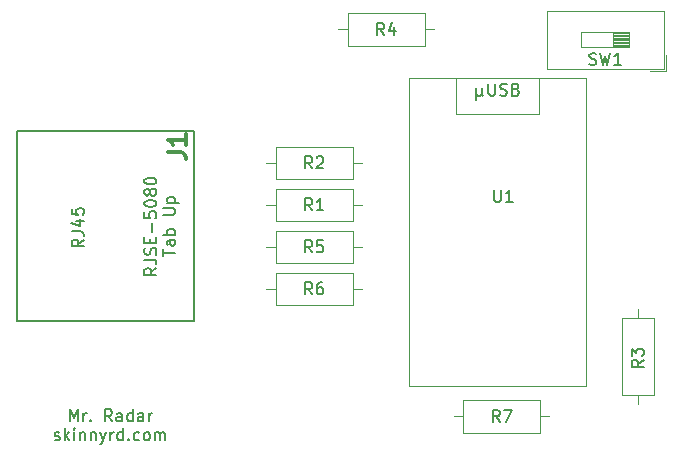
<source format=gbr>
%TF.GenerationSoftware,KiCad,Pcbnew,(6.0.7)*%
%TF.CreationDate,2022-11-01T14:03:11-05:00*%
%TF.ProjectId,Mr_Radar_Kit,4d725f52-6164-4617-925f-4b69742e6b69,rev?*%
%TF.SameCoordinates,Original*%
%TF.FileFunction,Legend,Top*%
%TF.FilePolarity,Positive*%
%FSLAX46Y46*%
G04 Gerber Fmt 4.6, Leading zero omitted, Abs format (unit mm)*
G04 Created by KiCad (PCBNEW (6.0.7)) date 2022-11-01 14:03:11*
%MOMM*%
%LPD*%
G01*
G04 APERTURE LIST*
%ADD10C,0.150000*%
%ADD11C,0.304800*%
%ADD12C,0.203200*%
%ADD13C,0.120000*%
G04 APERTURE END LIST*
D10*
X114681428Y-86515380D02*
X114681428Y-85515380D01*
X115014761Y-86229666D01*
X115348095Y-85515380D01*
X115348095Y-86515380D01*
X115824285Y-86515380D02*
X115824285Y-85848714D01*
X115824285Y-86039190D02*
X115871904Y-85943952D01*
X115919523Y-85896333D01*
X116014761Y-85848714D01*
X116110000Y-85848714D01*
X116443333Y-86420142D02*
X116490952Y-86467761D01*
X116443333Y-86515380D01*
X116395714Y-86467761D01*
X116443333Y-86420142D01*
X116443333Y-86515380D01*
X118252857Y-86515380D02*
X117919523Y-86039190D01*
X117681428Y-86515380D02*
X117681428Y-85515380D01*
X118062380Y-85515380D01*
X118157619Y-85563000D01*
X118205238Y-85610619D01*
X118252857Y-85705857D01*
X118252857Y-85848714D01*
X118205238Y-85943952D01*
X118157619Y-85991571D01*
X118062380Y-86039190D01*
X117681428Y-86039190D01*
X119110000Y-86515380D02*
X119110000Y-85991571D01*
X119062380Y-85896333D01*
X118967142Y-85848714D01*
X118776666Y-85848714D01*
X118681428Y-85896333D01*
X119110000Y-86467761D02*
X119014761Y-86515380D01*
X118776666Y-86515380D01*
X118681428Y-86467761D01*
X118633809Y-86372523D01*
X118633809Y-86277285D01*
X118681428Y-86182047D01*
X118776666Y-86134428D01*
X119014761Y-86134428D01*
X119110000Y-86086809D01*
X120014761Y-86515380D02*
X120014761Y-85515380D01*
X120014761Y-86467761D02*
X119919523Y-86515380D01*
X119729047Y-86515380D01*
X119633809Y-86467761D01*
X119586190Y-86420142D01*
X119538571Y-86324904D01*
X119538571Y-86039190D01*
X119586190Y-85943952D01*
X119633809Y-85896333D01*
X119729047Y-85848714D01*
X119919523Y-85848714D01*
X120014761Y-85896333D01*
X120919523Y-86515380D02*
X120919523Y-85991571D01*
X120871904Y-85896333D01*
X120776666Y-85848714D01*
X120586190Y-85848714D01*
X120490952Y-85896333D01*
X120919523Y-86467761D02*
X120824285Y-86515380D01*
X120586190Y-86515380D01*
X120490952Y-86467761D01*
X120443333Y-86372523D01*
X120443333Y-86277285D01*
X120490952Y-86182047D01*
X120586190Y-86134428D01*
X120824285Y-86134428D01*
X120919523Y-86086809D01*
X121395714Y-86515380D02*
X121395714Y-85848714D01*
X121395714Y-86039190D02*
X121443333Y-85943952D01*
X121490952Y-85896333D01*
X121586190Y-85848714D01*
X121681428Y-85848714D01*
X113419523Y-88077761D02*
X113514761Y-88125380D01*
X113705238Y-88125380D01*
X113800476Y-88077761D01*
X113848095Y-87982523D01*
X113848095Y-87934904D01*
X113800476Y-87839666D01*
X113705238Y-87792047D01*
X113562380Y-87792047D01*
X113467142Y-87744428D01*
X113419523Y-87649190D01*
X113419523Y-87601571D01*
X113467142Y-87506333D01*
X113562380Y-87458714D01*
X113705238Y-87458714D01*
X113800476Y-87506333D01*
X114276666Y-88125380D02*
X114276666Y-87125380D01*
X114371904Y-87744428D02*
X114657619Y-88125380D01*
X114657619Y-87458714D02*
X114276666Y-87839666D01*
X115086190Y-88125380D02*
X115086190Y-87458714D01*
X115086190Y-87125380D02*
X115038571Y-87173000D01*
X115086190Y-87220619D01*
X115133809Y-87173000D01*
X115086190Y-87125380D01*
X115086190Y-87220619D01*
X115562380Y-87458714D02*
X115562380Y-88125380D01*
X115562380Y-87553952D02*
X115610000Y-87506333D01*
X115705238Y-87458714D01*
X115848095Y-87458714D01*
X115943333Y-87506333D01*
X115990952Y-87601571D01*
X115990952Y-88125380D01*
X116467142Y-87458714D02*
X116467142Y-88125380D01*
X116467142Y-87553952D02*
X116514761Y-87506333D01*
X116610000Y-87458714D01*
X116752857Y-87458714D01*
X116848095Y-87506333D01*
X116895714Y-87601571D01*
X116895714Y-88125380D01*
X117276666Y-87458714D02*
X117514761Y-88125380D01*
X117752857Y-87458714D02*
X117514761Y-88125380D01*
X117419523Y-88363476D01*
X117371904Y-88411095D01*
X117276666Y-88458714D01*
X118133809Y-88125380D02*
X118133809Y-87458714D01*
X118133809Y-87649190D02*
X118181428Y-87553952D01*
X118229047Y-87506333D01*
X118324285Y-87458714D01*
X118419523Y-87458714D01*
X119181428Y-88125380D02*
X119181428Y-87125380D01*
X119181428Y-88077761D02*
X119086190Y-88125380D01*
X118895714Y-88125380D01*
X118800476Y-88077761D01*
X118752857Y-88030142D01*
X118705238Y-87934904D01*
X118705238Y-87649190D01*
X118752857Y-87553952D01*
X118800476Y-87506333D01*
X118895714Y-87458714D01*
X119086190Y-87458714D01*
X119181428Y-87506333D01*
X119657619Y-88030142D02*
X119705238Y-88077761D01*
X119657619Y-88125380D01*
X119610000Y-88077761D01*
X119657619Y-88030142D01*
X119657619Y-88125380D01*
X120562380Y-88077761D02*
X120467142Y-88125380D01*
X120276666Y-88125380D01*
X120181428Y-88077761D01*
X120133809Y-88030142D01*
X120086190Y-87934904D01*
X120086190Y-87649190D01*
X120133809Y-87553952D01*
X120181428Y-87506333D01*
X120276666Y-87458714D01*
X120467142Y-87458714D01*
X120562380Y-87506333D01*
X121133809Y-88125380D02*
X121038571Y-88077761D01*
X120990952Y-88030142D01*
X120943333Y-87934904D01*
X120943333Y-87649190D01*
X120990952Y-87553952D01*
X121038571Y-87506333D01*
X121133809Y-87458714D01*
X121276666Y-87458714D01*
X121371904Y-87506333D01*
X121419523Y-87553952D01*
X121467142Y-87649190D01*
X121467142Y-87934904D01*
X121419523Y-88030142D01*
X121371904Y-88077761D01*
X121276666Y-88125380D01*
X121133809Y-88125380D01*
X121895714Y-88125380D02*
X121895714Y-87458714D01*
X121895714Y-87553952D02*
X121943333Y-87506333D01*
X122038571Y-87458714D01*
X122181428Y-87458714D01*
X122276666Y-87506333D01*
X122324285Y-87601571D01*
X122324285Y-88125380D01*
X122324285Y-87601571D02*
X122371904Y-87506333D01*
X122467142Y-87458714D01*
X122610000Y-87458714D01*
X122705238Y-87506333D01*
X122752857Y-87601571D01*
X122752857Y-88125380D01*
%TO.C,U1*%
X150614095Y-66937380D02*
X150614095Y-67746904D01*
X150661714Y-67842142D01*
X150709333Y-67889761D01*
X150804571Y-67937380D01*
X150995047Y-67937380D01*
X151090285Y-67889761D01*
X151137904Y-67842142D01*
X151185523Y-67746904D01*
X151185523Y-66937380D01*
X152185523Y-67937380D02*
X151614095Y-67937380D01*
X151899809Y-67937380D02*
X151899809Y-66937380D01*
X151804571Y-67080238D01*
X151709333Y-67175476D01*
X151614095Y-67223095D01*
X149090285Y-58270714D02*
X149090285Y-59270714D01*
X149566476Y-58794523D02*
X149614095Y-58889761D01*
X149709333Y-58937380D01*
X149090285Y-58794523D02*
X149137904Y-58889761D01*
X149233142Y-58937380D01*
X149423619Y-58937380D01*
X149518857Y-58889761D01*
X149566476Y-58794523D01*
X149566476Y-58270714D01*
X150137904Y-57937380D02*
X150137904Y-58746904D01*
X150185523Y-58842142D01*
X150233142Y-58889761D01*
X150328380Y-58937380D01*
X150518857Y-58937380D01*
X150614095Y-58889761D01*
X150661714Y-58842142D01*
X150709333Y-58746904D01*
X150709333Y-57937380D01*
X151137904Y-58889761D02*
X151280761Y-58937380D01*
X151518857Y-58937380D01*
X151614095Y-58889761D01*
X151661714Y-58842142D01*
X151709333Y-58746904D01*
X151709333Y-58651666D01*
X151661714Y-58556428D01*
X151614095Y-58508809D01*
X151518857Y-58461190D01*
X151328380Y-58413571D01*
X151233142Y-58365952D01*
X151185523Y-58318333D01*
X151137904Y-58223095D01*
X151137904Y-58127857D01*
X151185523Y-58032619D01*
X151233142Y-57985000D01*
X151328380Y-57937380D01*
X151566476Y-57937380D01*
X151709333Y-57985000D01*
X152471238Y-58413571D02*
X152614095Y-58461190D01*
X152661714Y-58508809D01*
X152709333Y-58604047D01*
X152709333Y-58746904D01*
X152661714Y-58842142D01*
X152614095Y-58889761D01*
X152518857Y-58937380D01*
X152137904Y-58937380D01*
X152137904Y-57937380D01*
X152471238Y-57937380D01*
X152566476Y-57985000D01*
X152614095Y-58032619D01*
X152661714Y-58127857D01*
X152661714Y-58223095D01*
X152614095Y-58318333D01*
X152566476Y-58365952D01*
X152471238Y-58413571D01*
X152137904Y-58413571D01*
%TO.C,R6*%
X135215333Y-75763380D02*
X134882000Y-75287190D01*
X134643904Y-75763380D02*
X134643904Y-74763380D01*
X135024857Y-74763380D01*
X135120095Y-74811000D01*
X135167714Y-74858619D01*
X135215333Y-74953857D01*
X135215333Y-75096714D01*
X135167714Y-75191952D01*
X135120095Y-75239571D01*
X135024857Y-75287190D01*
X134643904Y-75287190D01*
X136072476Y-74763380D02*
X135882000Y-74763380D01*
X135786761Y-74811000D01*
X135739142Y-74858619D01*
X135643904Y-75001476D01*
X135596285Y-75191952D01*
X135596285Y-75572904D01*
X135643904Y-75668142D01*
X135691523Y-75715761D01*
X135786761Y-75763380D01*
X135977238Y-75763380D01*
X136072476Y-75715761D01*
X136120095Y-75668142D01*
X136167714Y-75572904D01*
X136167714Y-75334809D01*
X136120095Y-75239571D01*
X136072476Y-75191952D01*
X135977238Y-75144333D01*
X135786761Y-75144333D01*
X135691523Y-75191952D01*
X135643904Y-75239571D01*
X135596285Y-75334809D01*
%TO.C,R5*%
X135215333Y-72207380D02*
X134882000Y-71731190D01*
X134643904Y-72207380D02*
X134643904Y-71207380D01*
X135024857Y-71207380D01*
X135120095Y-71255000D01*
X135167714Y-71302619D01*
X135215333Y-71397857D01*
X135215333Y-71540714D01*
X135167714Y-71635952D01*
X135120095Y-71683571D01*
X135024857Y-71731190D01*
X134643904Y-71731190D01*
X136120095Y-71207380D02*
X135643904Y-71207380D01*
X135596285Y-71683571D01*
X135643904Y-71635952D01*
X135739142Y-71588333D01*
X135977238Y-71588333D01*
X136072476Y-71635952D01*
X136120095Y-71683571D01*
X136167714Y-71778809D01*
X136167714Y-72016904D01*
X136120095Y-72112142D01*
X136072476Y-72159761D01*
X135977238Y-72207380D01*
X135739142Y-72207380D01*
X135643904Y-72159761D01*
X135596285Y-72112142D01*
%TO.C,R2*%
X135215333Y-65095380D02*
X134882000Y-64619190D01*
X134643904Y-65095380D02*
X134643904Y-64095380D01*
X135024857Y-64095380D01*
X135120095Y-64143000D01*
X135167714Y-64190619D01*
X135215333Y-64285857D01*
X135215333Y-64428714D01*
X135167714Y-64523952D01*
X135120095Y-64571571D01*
X135024857Y-64619190D01*
X134643904Y-64619190D01*
X135596285Y-64190619D02*
X135643904Y-64143000D01*
X135739142Y-64095380D01*
X135977238Y-64095380D01*
X136072476Y-64143000D01*
X136120095Y-64190619D01*
X136167714Y-64285857D01*
X136167714Y-64381095D01*
X136120095Y-64523952D01*
X135548666Y-65095380D01*
X136167714Y-65095380D01*
%TO.C,SW1*%
X158686666Y-56284761D02*
X158829523Y-56332380D01*
X159067619Y-56332380D01*
X159162857Y-56284761D01*
X159210476Y-56237142D01*
X159258095Y-56141904D01*
X159258095Y-56046666D01*
X159210476Y-55951428D01*
X159162857Y-55903809D01*
X159067619Y-55856190D01*
X158877142Y-55808571D01*
X158781904Y-55760952D01*
X158734285Y-55713333D01*
X158686666Y-55618095D01*
X158686666Y-55522857D01*
X158734285Y-55427619D01*
X158781904Y-55380000D01*
X158877142Y-55332380D01*
X159115238Y-55332380D01*
X159258095Y-55380000D01*
X159591428Y-55332380D02*
X159829523Y-56332380D01*
X160020000Y-55618095D01*
X160210476Y-56332380D01*
X160448571Y-55332380D01*
X161353333Y-56332380D02*
X160781904Y-56332380D01*
X161067619Y-56332380D02*
X161067619Y-55332380D01*
X160972380Y-55475238D01*
X160877142Y-55570476D01*
X160781904Y-55618095D01*
%TO.C,R4*%
X141311333Y-53792380D02*
X140978000Y-53316190D01*
X140739904Y-53792380D02*
X140739904Y-52792380D01*
X141120857Y-52792380D01*
X141216095Y-52840000D01*
X141263714Y-52887619D01*
X141311333Y-52982857D01*
X141311333Y-53125714D01*
X141263714Y-53220952D01*
X141216095Y-53268571D01*
X141120857Y-53316190D01*
X140739904Y-53316190D01*
X142168476Y-53125714D02*
X142168476Y-53792380D01*
X141930380Y-52744761D02*
X141692285Y-53459047D01*
X142311333Y-53459047D01*
D11*
%TO.C,J1*%
X122990428Y-63754000D02*
X124079000Y-63754000D01*
X124296714Y-63826571D01*
X124441857Y-63971714D01*
X124514428Y-64189428D01*
X124514428Y-64334571D01*
X124514428Y-62230000D02*
X124514428Y-63100857D01*
X124514428Y-62665428D02*
X122990428Y-62665428D01*
X123208142Y-62810571D01*
X123353285Y-62955714D01*
X123425857Y-63100857D01*
D12*
X115870324Y-71143827D02*
X115393772Y-71477414D01*
X115870324Y-71715690D02*
X114869564Y-71715690D01*
X114869564Y-71334448D01*
X114917220Y-71239138D01*
X114964875Y-71191482D01*
X115060185Y-71143827D01*
X115203151Y-71143827D01*
X115298461Y-71191482D01*
X115346117Y-71239138D01*
X115393772Y-71334448D01*
X115393772Y-71715690D01*
X114869564Y-70428999D02*
X115584393Y-70428999D01*
X115727359Y-70476654D01*
X115822669Y-70571964D01*
X115870324Y-70714930D01*
X115870324Y-70810240D01*
X115203151Y-69523549D02*
X115870324Y-69523549D01*
X114821909Y-69761825D02*
X115536738Y-70000101D01*
X115536738Y-69380583D01*
X114869564Y-68522789D02*
X114869564Y-68999341D01*
X115346117Y-69046997D01*
X115298461Y-68999341D01*
X115250806Y-68904031D01*
X115250806Y-68665755D01*
X115298461Y-68570444D01*
X115346117Y-68522789D01*
X115441427Y-68475134D01*
X115679703Y-68475134D01*
X115775014Y-68522789D01*
X115822669Y-68570444D01*
X115870324Y-68665755D01*
X115870324Y-68904031D01*
X115822669Y-68999341D01*
X115775014Y-69046997D01*
D10*
X122591580Y-72524619D02*
X122591580Y-71953190D01*
X123591580Y-72238904D02*
X122591580Y-72238904D01*
X123591580Y-71191285D02*
X123067771Y-71191285D01*
X122972533Y-71238904D01*
X122924914Y-71334142D01*
X122924914Y-71524619D01*
X122972533Y-71619857D01*
X123543961Y-71191285D02*
X123591580Y-71286523D01*
X123591580Y-71524619D01*
X123543961Y-71619857D01*
X123448723Y-71667476D01*
X123353485Y-71667476D01*
X123258247Y-71619857D01*
X123210628Y-71524619D01*
X123210628Y-71286523D01*
X123163009Y-71191285D01*
X123591580Y-70715095D02*
X122591580Y-70715095D01*
X122972533Y-70715095D02*
X122924914Y-70619857D01*
X122924914Y-70429380D01*
X122972533Y-70334142D01*
X123020152Y-70286523D01*
X123115390Y-70238904D01*
X123401104Y-70238904D01*
X123496342Y-70286523D01*
X123543961Y-70334142D01*
X123591580Y-70429380D01*
X123591580Y-70619857D01*
X123543961Y-70715095D01*
X122591580Y-69048428D02*
X123401104Y-69048428D01*
X123496342Y-69000809D01*
X123543961Y-68953190D01*
X123591580Y-68857952D01*
X123591580Y-68667476D01*
X123543961Y-68572238D01*
X123496342Y-68524619D01*
X123401104Y-68477000D01*
X122591580Y-68477000D01*
X122924914Y-68000809D02*
X123924914Y-68000809D01*
X122972533Y-68000809D02*
X122924914Y-67905571D01*
X122924914Y-67715095D01*
X122972533Y-67619857D01*
X123020152Y-67572238D01*
X123115390Y-67524619D01*
X123401104Y-67524619D01*
X123496342Y-67572238D01*
X123543961Y-67619857D01*
X123591580Y-67715095D01*
X123591580Y-67905571D01*
X123543961Y-68000809D01*
X122016780Y-73551609D02*
X121540590Y-73884942D01*
X122016780Y-74123038D02*
X121016780Y-74123038D01*
X121016780Y-73742085D01*
X121064400Y-73646847D01*
X121112019Y-73599228D01*
X121207257Y-73551609D01*
X121350114Y-73551609D01*
X121445352Y-73599228D01*
X121492971Y-73646847D01*
X121540590Y-73742085D01*
X121540590Y-74123038D01*
X121016780Y-72837323D02*
X121731066Y-72837323D01*
X121873923Y-72884942D01*
X121969161Y-72980180D01*
X122016780Y-73123038D01*
X122016780Y-73218276D01*
X121969161Y-72408752D02*
X122016780Y-72265895D01*
X122016780Y-72027800D01*
X121969161Y-71932561D01*
X121921542Y-71884942D01*
X121826304Y-71837323D01*
X121731066Y-71837323D01*
X121635828Y-71884942D01*
X121588209Y-71932561D01*
X121540590Y-72027800D01*
X121492971Y-72218276D01*
X121445352Y-72313514D01*
X121397733Y-72361133D01*
X121302495Y-72408752D01*
X121207257Y-72408752D01*
X121112019Y-72361133D01*
X121064400Y-72313514D01*
X121016780Y-72218276D01*
X121016780Y-71980180D01*
X121064400Y-71837323D01*
X121492971Y-71408752D02*
X121492971Y-71075419D01*
X122016780Y-70932561D02*
X122016780Y-71408752D01*
X121016780Y-71408752D01*
X121016780Y-70932561D01*
X121635828Y-70503990D02*
X121635828Y-69742085D01*
X121016780Y-68789704D02*
X121016780Y-69265895D01*
X121492971Y-69313514D01*
X121445352Y-69265895D01*
X121397733Y-69170657D01*
X121397733Y-68932561D01*
X121445352Y-68837323D01*
X121492971Y-68789704D01*
X121588209Y-68742085D01*
X121826304Y-68742085D01*
X121921542Y-68789704D01*
X121969161Y-68837323D01*
X122016780Y-68932561D01*
X122016780Y-69170657D01*
X121969161Y-69265895D01*
X121921542Y-69313514D01*
X121016780Y-68123038D02*
X121016780Y-68027800D01*
X121064400Y-67932561D01*
X121112019Y-67884942D01*
X121207257Y-67837323D01*
X121397733Y-67789704D01*
X121635828Y-67789704D01*
X121826304Y-67837323D01*
X121921542Y-67884942D01*
X121969161Y-67932561D01*
X122016780Y-68027800D01*
X122016780Y-68123038D01*
X121969161Y-68218276D01*
X121921542Y-68265895D01*
X121826304Y-68313514D01*
X121635828Y-68361133D01*
X121397733Y-68361133D01*
X121207257Y-68313514D01*
X121112019Y-68265895D01*
X121064400Y-68218276D01*
X121016780Y-68123038D01*
X121445352Y-67218276D02*
X121397733Y-67313514D01*
X121350114Y-67361133D01*
X121254876Y-67408752D01*
X121207257Y-67408752D01*
X121112019Y-67361133D01*
X121064400Y-67313514D01*
X121016780Y-67218276D01*
X121016780Y-67027800D01*
X121064400Y-66932561D01*
X121112019Y-66884942D01*
X121207257Y-66837323D01*
X121254876Y-66837323D01*
X121350114Y-66884942D01*
X121397733Y-66932561D01*
X121445352Y-67027800D01*
X121445352Y-67218276D01*
X121492971Y-67313514D01*
X121540590Y-67361133D01*
X121635828Y-67408752D01*
X121826304Y-67408752D01*
X121921542Y-67361133D01*
X121969161Y-67313514D01*
X122016780Y-67218276D01*
X122016780Y-67027800D01*
X121969161Y-66932561D01*
X121921542Y-66884942D01*
X121826304Y-66837323D01*
X121635828Y-66837323D01*
X121540590Y-66884942D01*
X121492971Y-66932561D01*
X121445352Y-67027800D01*
X121016780Y-66218276D02*
X121016780Y-66123038D01*
X121064400Y-66027800D01*
X121112019Y-65980180D01*
X121207257Y-65932561D01*
X121397733Y-65884942D01*
X121635828Y-65884942D01*
X121826304Y-65932561D01*
X121921542Y-65980180D01*
X121969161Y-66027800D01*
X122016780Y-66123038D01*
X122016780Y-66218276D01*
X121969161Y-66313514D01*
X121921542Y-66361133D01*
X121826304Y-66408752D01*
X121635828Y-66456371D01*
X121397733Y-66456371D01*
X121207257Y-66408752D01*
X121112019Y-66361133D01*
X121064400Y-66313514D01*
X121016780Y-66218276D01*
%TO.C,R3*%
X163266380Y-81319666D02*
X162790190Y-81653000D01*
X163266380Y-81891095D02*
X162266380Y-81891095D01*
X162266380Y-81510142D01*
X162314000Y-81414904D01*
X162361619Y-81367285D01*
X162456857Y-81319666D01*
X162599714Y-81319666D01*
X162694952Y-81367285D01*
X162742571Y-81414904D01*
X162790190Y-81510142D01*
X162790190Y-81891095D01*
X162266380Y-80986333D02*
X162266380Y-80367285D01*
X162647333Y-80700619D01*
X162647333Y-80557761D01*
X162694952Y-80462523D01*
X162742571Y-80414904D01*
X162837809Y-80367285D01*
X163075904Y-80367285D01*
X163171142Y-80414904D01*
X163218761Y-80462523D01*
X163266380Y-80557761D01*
X163266380Y-80843476D01*
X163218761Y-80938714D01*
X163171142Y-80986333D01*
%TO.C,R1*%
X135215333Y-68651380D02*
X134882000Y-68175190D01*
X134643904Y-68651380D02*
X134643904Y-67651380D01*
X135024857Y-67651380D01*
X135120095Y-67699000D01*
X135167714Y-67746619D01*
X135215333Y-67841857D01*
X135215333Y-67984714D01*
X135167714Y-68079952D01*
X135120095Y-68127571D01*
X135024857Y-68175190D01*
X134643904Y-68175190D01*
X136167714Y-68651380D02*
X135596285Y-68651380D01*
X135882000Y-68651380D02*
X135882000Y-67651380D01*
X135786761Y-67794238D01*
X135691523Y-67889476D01*
X135596285Y-67937095D01*
%TO.C,R7*%
X151090333Y-86558380D02*
X150757000Y-86082190D01*
X150518904Y-86558380D02*
X150518904Y-85558380D01*
X150899857Y-85558380D01*
X150995095Y-85606000D01*
X151042714Y-85653619D01*
X151090333Y-85748857D01*
X151090333Y-85891714D01*
X151042714Y-85986952D01*
X150995095Y-86034571D01*
X150899857Y-86082190D01*
X150518904Y-86082190D01*
X151423666Y-85558380D02*
X152090333Y-85558380D01*
X151661761Y-86558380D01*
D13*
%TO.C,U1*%
X147376000Y-57485000D02*
X154376000Y-57485000D01*
X154376000Y-57485000D02*
X154376000Y-60485000D01*
X154376000Y-60485000D02*
X147376000Y-60485000D01*
X147376000Y-60485000D02*
X147376000Y-57485000D01*
X143376000Y-57485000D02*
X158376000Y-57485000D01*
X158376000Y-57485000D02*
X158376000Y-83485000D01*
X158376000Y-83485000D02*
X143376000Y-83485000D01*
X143376000Y-83485000D02*
X143376000Y-57485000D01*
%TO.C,R6*%
X138652000Y-73941000D02*
X132112000Y-73941000D01*
X131342000Y-75311000D02*
X132112000Y-75311000D01*
X138652000Y-76681000D02*
X138652000Y-73941000D01*
X139422000Y-75311000D02*
X138652000Y-75311000D01*
X132112000Y-76681000D02*
X138652000Y-76681000D01*
X132112000Y-73941000D02*
X132112000Y-76681000D01*
%TO.C,R5*%
X132112000Y-73125000D02*
X138652000Y-73125000D01*
X139422000Y-71755000D02*
X138652000Y-71755000D01*
X138652000Y-70385000D02*
X132112000Y-70385000D01*
X131342000Y-71755000D02*
X132112000Y-71755000D01*
X138652000Y-73125000D02*
X138652000Y-70385000D01*
X132112000Y-70385000D02*
X132112000Y-73125000D01*
%TO.C,R2*%
X139422000Y-64643000D02*
X138652000Y-64643000D01*
X131342000Y-64643000D02*
X132112000Y-64643000D01*
X132112000Y-66013000D02*
X138652000Y-66013000D01*
X138652000Y-66013000D02*
X138652000Y-63273000D01*
X138652000Y-63273000D02*
X132112000Y-63273000D01*
X132112000Y-63273000D02*
X132112000Y-66013000D01*
%TO.C,SW1*%
X160696667Y-54864000D02*
X160696667Y-53594000D01*
X162050000Y-54024000D02*
X160696667Y-54024000D01*
X155070000Y-56649000D02*
X155070000Y-51809000D01*
X162050000Y-54264000D02*
X160696667Y-54264000D01*
X165210000Y-56889000D02*
X163826000Y-56889000D01*
X162050000Y-54384000D02*
X160696667Y-54384000D01*
X162050000Y-53664000D02*
X160696667Y-53664000D01*
X162050000Y-54744000D02*
X160696667Y-54744000D01*
X164970000Y-56649000D02*
X164970000Y-51809000D01*
X162050000Y-54504000D02*
X160696667Y-54504000D01*
X157990000Y-53594000D02*
X157990000Y-54864000D01*
X162050000Y-54864000D02*
X162050000Y-53594000D01*
X164970000Y-56649000D02*
X155070000Y-56649000D01*
X157990000Y-54864000D02*
X162050000Y-54864000D01*
X162050000Y-53784000D02*
X160696667Y-53784000D01*
X165210000Y-56889000D02*
X165210000Y-55506000D01*
X162050000Y-54144000D02*
X160696667Y-54144000D01*
X162050000Y-54624000D02*
X160696667Y-54624000D01*
X162050000Y-53594000D02*
X157990000Y-53594000D01*
X162050000Y-53904000D02*
X160696667Y-53904000D01*
X164970000Y-51809000D02*
X155070000Y-51809000D01*
%TO.C,R4*%
X144748000Y-51970000D02*
X138208000Y-51970000D01*
X144748000Y-54710000D02*
X144748000Y-51970000D01*
X138208000Y-51970000D02*
X138208000Y-54710000D01*
X138208000Y-54710000D02*
X144748000Y-54710000D01*
X137438000Y-53340000D02*
X138208000Y-53340000D01*
X145518000Y-53340000D02*
X144748000Y-53340000D01*
D10*
%TO.C,J1*%
X115316000Y-78054200D02*
X110236000Y-78054200D01*
X115316000Y-61899800D02*
X125222000Y-61899800D01*
X110236000Y-78054200D02*
X110236000Y-61899800D01*
X125222000Y-61899800D02*
X125222000Y-78054200D01*
X125222000Y-78054200D02*
X115316000Y-78054200D01*
X110236000Y-61899800D02*
X115316000Y-61899800D01*
D13*
%TO.C,R3*%
X162814000Y-85066000D02*
X162814000Y-84296000D01*
X164184000Y-84296000D02*
X164184000Y-77756000D01*
X164184000Y-77756000D02*
X161444000Y-77756000D01*
X161444000Y-77756000D02*
X161444000Y-84296000D01*
X162814000Y-76986000D02*
X162814000Y-77756000D01*
X161444000Y-84296000D02*
X164184000Y-84296000D01*
%TO.C,R1*%
X138652000Y-66829000D02*
X132112000Y-66829000D01*
X139422000Y-68199000D02*
X138652000Y-68199000D01*
X132112000Y-69569000D02*
X138652000Y-69569000D01*
X132112000Y-66829000D02*
X132112000Y-69569000D01*
X138652000Y-69569000D02*
X138652000Y-66829000D01*
X131342000Y-68199000D02*
X132112000Y-68199000D01*
%TO.C,R7*%
X147217000Y-86106000D02*
X147987000Y-86106000D01*
X147987000Y-87476000D02*
X154527000Y-87476000D01*
X147987000Y-84736000D02*
X147987000Y-87476000D01*
X154527000Y-87476000D02*
X154527000Y-84736000D01*
X154527000Y-84736000D02*
X147987000Y-84736000D01*
X155297000Y-86106000D02*
X154527000Y-86106000D01*
%TD*%
M02*

</source>
